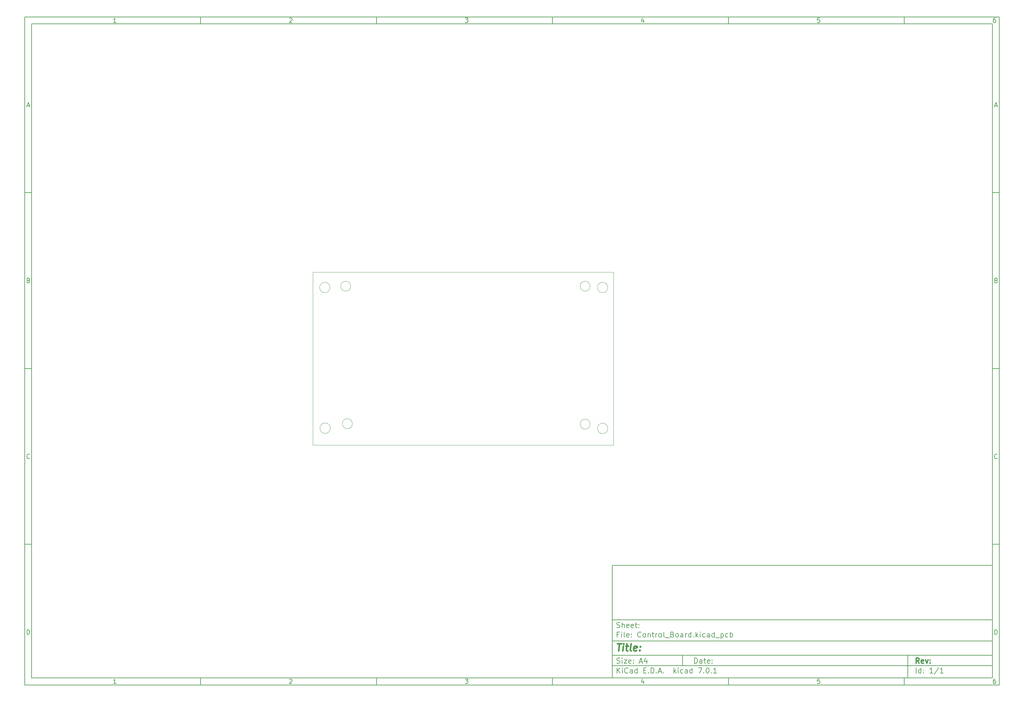
<source format=gbr>
%TF.GenerationSoftware,KiCad,Pcbnew,7.0.1*%
%TF.CreationDate,2023-10-26T15:35:36+00:00*%
%TF.ProjectId,Control_Board,436f6e74-726f-46c5-9f42-6f6172642e6b,rev?*%
%TF.SameCoordinates,Original*%
%TF.FileFunction,Other,ECO1*%
%FSLAX45Y45*%
G04 Gerber Fmt 4.5, Leading zero omitted, Abs format (unit mm)*
G04 Created by KiCad (PCBNEW 7.0.1) date 2023-10-26 15:35:36*
%MOMM*%
%LPD*%
G01*
G04 APERTURE LIST*
%ADD10C,0.100000*%
%ADD11C,0.150000*%
%ADD12C,0.300000*%
%ADD13C,0.400000*%
%TA.AperFunction,Profile*%
%ADD14C,0.100000*%
%TD*%
G04 APERTURE END LIST*
D10*
D11*
X17700220Y-16600720D02*
X28500220Y-16600720D01*
X28500220Y-19800720D01*
X17700220Y-19800720D01*
X17700220Y-16600720D01*
D10*
D11*
X1000000Y-1000000D02*
X28700220Y-1000000D01*
X28700220Y-20000720D01*
X1000000Y-20000720D01*
X1000000Y-1000000D01*
D10*
D11*
X1200000Y-1200000D02*
X28500220Y-1200000D01*
X28500220Y-19800720D01*
X1200000Y-19800720D01*
X1200000Y-1200000D01*
D10*
D11*
X6000000Y-1200000D02*
X6000000Y-1000000D01*
D10*
D11*
X11000000Y-1200000D02*
X11000000Y-1000000D01*
D10*
D11*
X16000000Y-1200000D02*
X16000000Y-1000000D01*
D10*
D11*
X21000000Y-1200000D02*
X21000000Y-1000000D01*
D10*
D11*
X26000000Y-1200000D02*
X26000000Y-1000000D01*
D10*
D11*
X3599048Y-1160140D02*
X3524762Y-1160140D01*
X3561905Y-1160140D02*
X3561905Y-1030140D01*
X3561905Y-1030140D02*
X3549524Y-1048712D01*
X3549524Y-1048712D02*
X3537143Y-1061093D01*
X3537143Y-1061093D02*
X3524762Y-1067283D01*
D10*
D11*
X8524762Y-1042521D02*
X8530952Y-1036331D01*
X8530952Y-1036331D02*
X8543333Y-1030140D01*
X8543333Y-1030140D02*
X8574286Y-1030140D01*
X8574286Y-1030140D02*
X8586667Y-1036331D01*
X8586667Y-1036331D02*
X8592857Y-1042521D01*
X8592857Y-1042521D02*
X8599048Y-1054902D01*
X8599048Y-1054902D02*
X8599048Y-1067283D01*
X8599048Y-1067283D02*
X8592857Y-1085855D01*
X8592857Y-1085855D02*
X8518571Y-1160140D01*
X8518571Y-1160140D02*
X8599048Y-1160140D01*
D10*
D11*
X13518571Y-1030140D02*
X13599048Y-1030140D01*
X13599048Y-1030140D02*
X13555714Y-1079664D01*
X13555714Y-1079664D02*
X13574286Y-1079664D01*
X13574286Y-1079664D02*
X13586667Y-1085855D01*
X13586667Y-1085855D02*
X13592857Y-1092045D01*
X13592857Y-1092045D02*
X13599048Y-1104426D01*
X13599048Y-1104426D02*
X13599048Y-1135379D01*
X13599048Y-1135379D02*
X13592857Y-1147760D01*
X13592857Y-1147760D02*
X13586667Y-1153950D01*
X13586667Y-1153950D02*
X13574286Y-1160140D01*
X13574286Y-1160140D02*
X13537143Y-1160140D01*
X13537143Y-1160140D02*
X13524762Y-1153950D01*
X13524762Y-1153950D02*
X13518571Y-1147760D01*
D10*
D11*
X18586667Y-1073474D02*
X18586667Y-1160140D01*
X18555714Y-1023950D02*
X18524762Y-1116807D01*
X18524762Y-1116807D02*
X18605238Y-1116807D01*
D10*
D11*
X23592857Y-1030140D02*
X23530952Y-1030140D01*
X23530952Y-1030140D02*
X23524762Y-1092045D01*
X23524762Y-1092045D02*
X23530952Y-1085855D01*
X23530952Y-1085855D02*
X23543333Y-1079664D01*
X23543333Y-1079664D02*
X23574286Y-1079664D01*
X23574286Y-1079664D02*
X23586667Y-1085855D01*
X23586667Y-1085855D02*
X23592857Y-1092045D01*
X23592857Y-1092045D02*
X23599048Y-1104426D01*
X23599048Y-1104426D02*
X23599048Y-1135379D01*
X23599048Y-1135379D02*
X23592857Y-1147760D01*
X23592857Y-1147760D02*
X23586667Y-1153950D01*
X23586667Y-1153950D02*
X23574286Y-1160140D01*
X23574286Y-1160140D02*
X23543333Y-1160140D01*
X23543333Y-1160140D02*
X23530952Y-1153950D01*
X23530952Y-1153950D02*
X23524762Y-1147760D01*
D10*
D11*
X28586667Y-1030140D02*
X28561905Y-1030140D01*
X28561905Y-1030140D02*
X28549524Y-1036331D01*
X28549524Y-1036331D02*
X28543333Y-1042521D01*
X28543333Y-1042521D02*
X28530952Y-1061093D01*
X28530952Y-1061093D02*
X28524762Y-1085855D01*
X28524762Y-1085855D02*
X28524762Y-1135379D01*
X28524762Y-1135379D02*
X28530952Y-1147760D01*
X28530952Y-1147760D02*
X28537143Y-1153950D01*
X28537143Y-1153950D02*
X28549524Y-1160140D01*
X28549524Y-1160140D02*
X28574286Y-1160140D01*
X28574286Y-1160140D02*
X28586667Y-1153950D01*
X28586667Y-1153950D02*
X28592857Y-1147760D01*
X28592857Y-1147760D02*
X28599048Y-1135379D01*
X28599048Y-1135379D02*
X28599048Y-1104426D01*
X28599048Y-1104426D02*
X28592857Y-1092045D01*
X28592857Y-1092045D02*
X28586667Y-1085855D01*
X28586667Y-1085855D02*
X28574286Y-1079664D01*
X28574286Y-1079664D02*
X28549524Y-1079664D01*
X28549524Y-1079664D02*
X28537143Y-1085855D01*
X28537143Y-1085855D02*
X28530952Y-1092045D01*
X28530952Y-1092045D02*
X28524762Y-1104426D01*
D10*
D11*
X6000000Y-19800720D02*
X6000000Y-20000720D01*
D10*
D11*
X11000000Y-19800720D02*
X11000000Y-20000720D01*
D10*
D11*
X16000000Y-19800720D02*
X16000000Y-20000720D01*
D10*
D11*
X21000000Y-19800720D02*
X21000000Y-20000720D01*
D10*
D11*
X26000000Y-19800720D02*
X26000000Y-20000720D01*
D10*
D11*
X3599048Y-19960860D02*
X3524762Y-19960860D01*
X3561905Y-19960860D02*
X3561905Y-19830860D01*
X3561905Y-19830860D02*
X3549524Y-19849432D01*
X3549524Y-19849432D02*
X3537143Y-19861813D01*
X3537143Y-19861813D02*
X3524762Y-19868003D01*
D10*
D11*
X8524762Y-19843241D02*
X8530952Y-19837051D01*
X8530952Y-19837051D02*
X8543333Y-19830860D01*
X8543333Y-19830860D02*
X8574286Y-19830860D01*
X8574286Y-19830860D02*
X8586667Y-19837051D01*
X8586667Y-19837051D02*
X8592857Y-19843241D01*
X8592857Y-19843241D02*
X8599048Y-19855622D01*
X8599048Y-19855622D02*
X8599048Y-19868003D01*
X8599048Y-19868003D02*
X8592857Y-19886575D01*
X8592857Y-19886575D02*
X8518571Y-19960860D01*
X8518571Y-19960860D02*
X8599048Y-19960860D01*
D10*
D11*
X13518571Y-19830860D02*
X13599048Y-19830860D01*
X13599048Y-19830860D02*
X13555714Y-19880384D01*
X13555714Y-19880384D02*
X13574286Y-19880384D01*
X13574286Y-19880384D02*
X13586667Y-19886575D01*
X13586667Y-19886575D02*
X13592857Y-19892765D01*
X13592857Y-19892765D02*
X13599048Y-19905146D01*
X13599048Y-19905146D02*
X13599048Y-19936099D01*
X13599048Y-19936099D02*
X13592857Y-19948480D01*
X13592857Y-19948480D02*
X13586667Y-19954670D01*
X13586667Y-19954670D02*
X13574286Y-19960860D01*
X13574286Y-19960860D02*
X13537143Y-19960860D01*
X13537143Y-19960860D02*
X13524762Y-19954670D01*
X13524762Y-19954670D02*
X13518571Y-19948480D01*
D10*
D11*
X18586667Y-19874194D02*
X18586667Y-19960860D01*
X18555714Y-19824670D02*
X18524762Y-19917527D01*
X18524762Y-19917527D02*
X18605238Y-19917527D01*
D10*
D11*
X23592857Y-19830860D02*
X23530952Y-19830860D01*
X23530952Y-19830860D02*
X23524762Y-19892765D01*
X23524762Y-19892765D02*
X23530952Y-19886575D01*
X23530952Y-19886575D02*
X23543333Y-19880384D01*
X23543333Y-19880384D02*
X23574286Y-19880384D01*
X23574286Y-19880384D02*
X23586667Y-19886575D01*
X23586667Y-19886575D02*
X23592857Y-19892765D01*
X23592857Y-19892765D02*
X23599048Y-19905146D01*
X23599048Y-19905146D02*
X23599048Y-19936099D01*
X23599048Y-19936099D02*
X23592857Y-19948480D01*
X23592857Y-19948480D02*
X23586667Y-19954670D01*
X23586667Y-19954670D02*
X23574286Y-19960860D01*
X23574286Y-19960860D02*
X23543333Y-19960860D01*
X23543333Y-19960860D02*
X23530952Y-19954670D01*
X23530952Y-19954670D02*
X23524762Y-19948480D01*
D10*
D11*
X28586667Y-19830860D02*
X28561905Y-19830860D01*
X28561905Y-19830860D02*
X28549524Y-19837051D01*
X28549524Y-19837051D02*
X28543333Y-19843241D01*
X28543333Y-19843241D02*
X28530952Y-19861813D01*
X28530952Y-19861813D02*
X28524762Y-19886575D01*
X28524762Y-19886575D02*
X28524762Y-19936099D01*
X28524762Y-19936099D02*
X28530952Y-19948480D01*
X28530952Y-19948480D02*
X28537143Y-19954670D01*
X28537143Y-19954670D02*
X28549524Y-19960860D01*
X28549524Y-19960860D02*
X28574286Y-19960860D01*
X28574286Y-19960860D02*
X28586667Y-19954670D01*
X28586667Y-19954670D02*
X28592857Y-19948480D01*
X28592857Y-19948480D02*
X28599048Y-19936099D01*
X28599048Y-19936099D02*
X28599048Y-19905146D01*
X28599048Y-19905146D02*
X28592857Y-19892765D01*
X28592857Y-19892765D02*
X28586667Y-19886575D01*
X28586667Y-19886575D02*
X28574286Y-19880384D01*
X28574286Y-19880384D02*
X28549524Y-19880384D01*
X28549524Y-19880384D02*
X28537143Y-19886575D01*
X28537143Y-19886575D02*
X28530952Y-19892765D01*
X28530952Y-19892765D02*
X28524762Y-19905146D01*
D10*
D11*
X1000000Y-6000000D02*
X1200000Y-6000000D01*
D10*
D11*
X1000000Y-11000000D02*
X1200000Y-11000000D01*
D10*
D11*
X1000000Y-16000000D02*
X1200000Y-16000000D01*
D10*
D11*
X1069048Y-3522998D02*
X1130952Y-3522998D01*
X1056667Y-3560140D02*
X1100000Y-3430140D01*
X1100000Y-3430140D02*
X1143333Y-3560140D01*
D10*
D11*
X1109286Y-8492045D02*
X1127857Y-8498236D01*
X1127857Y-8498236D02*
X1134048Y-8504426D01*
X1134048Y-8504426D02*
X1140238Y-8516807D01*
X1140238Y-8516807D02*
X1140238Y-8535379D01*
X1140238Y-8535379D02*
X1134048Y-8547760D01*
X1134048Y-8547760D02*
X1127857Y-8553950D01*
X1127857Y-8553950D02*
X1115476Y-8560140D01*
X1115476Y-8560140D02*
X1065952Y-8560140D01*
X1065952Y-8560140D02*
X1065952Y-8430140D01*
X1065952Y-8430140D02*
X1109286Y-8430140D01*
X1109286Y-8430140D02*
X1121667Y-8436331D01*
X1121667Y-8436331D02*
X1127857Y-8442521D01*
X1127857Y-8442521D02*
X1134048Y-8454902D01*
X1134048Y-8454902D02*
X1134048Y-8467283D01*
X1134048Y-8467283D02*
X1127857Y-8479664D01*
X1127857Y-8479664D02*
X1121667Y-8485855D01*
X1121667Y-8485855D02*
X1109286Y-8492045D01*
X1109286Y-8492045D02*
X1065952Y-8492045D01*
D10*
D11*
X1140238Y-13547759D02*
X1134048Y-13553950D01*
X1134048Y-13553950D02*
X1115476Y-13560140D01*
X1115476Y-13560140D02*
X1103095Y-13560140D01*
X1103095Y-13560140D02*
X1084524Y-13553950D01*
X1084524Y-13553950D02*
X1072143Y-13541569D01*
X1072143Y-13541569D02*
X1065952Y-13529188D01*
X1065952Y-13529188D02*
X1059762Y-13504426D01*
X1059762Y-13504426D02*
X1059762Y-13485855D01*
X1059762Y-13485855D02*
X1065952Y-13461093D01*
X1065952Y-13461093D02*
X1072143Y-13448712D01*
X1072143Y-13448712D02*
X1084524Y-13436331D01*
X1084524Y-13436331D02*
X1103095Y-13430140D01*
X1103095Y-13430140D02*
X1115476Y-13430140D01*
X1115476Y-13430140D02*
X1134048Y-13436331D01*
X1134048Y-13436331D02*
X1140238Y-13442521D01*
D10*
D11*
X1065952Y-18560140D02*
X1065952Y-18430140D01*
X1065952Y-18430140D02*
X1096905Y-18430140D01*
X1096905Y-18430140D02*
X1115476Y-18436331D01*
X1115476Y-18436331D02*
X1127857Y-18448712D01*
X1127857Y-18448712D02*
X1134048Y-18461093D01*
X1134048Y-18461093D02*
X1140238Y-18485855D01*
X1140238Y-18485855D02*
X1140238Y-18504426D01*
X1140238Y-18504426D02*
X1134048Y-18529188D01*
X1134048Y-18529188D02*
X1127857Y-18541569D01*
X1127857Y-18541569D02*
X1115476Y-18553950D01*
X1115476Y-18553950D02*
X1096905Y-18560140D01*
X1096905Y-18560140D02*
X1065952Y-18560140D01*
D10*
D11*
X28700220Y-6000000D02*
X28500220Y-6000000D01*
D10*
D11*
X28700220Y-11000000D02*
X28500220Y-11000000D01*
D10*
D11*
X28700220Y-16000000D02*
X28500220Y-16000000D01*
D10*
D11*
X28569268Y-3522998D02*
X28631172Y-3522998D01*
X28556887Y-3560140D02*
X28600220Y-3430140D01*
X28600220Y-3430140D02*
X28643553Y-3560140D01*
D10*
D11*
X28609506Y-8492045D02*
X28628077Y-8498236D01*
X28628077Y-8498236D02*
X28634268Y-8504426D01*
X28634268Y-8504426D02*
X28640458Y-8516807D01*
X28640458Y-8516807D02*
X28640458Y-8535379D01*
X28640458Y-8535379D02*
X28634268Y-8547760D01*
X28634268Y-8547760D02*
X28628077Y-8553950D01*
X28628077Y-8553950D02*
X28615696Y-8560140D01*
X28615696Y-8560140D02*
X28566172Y-8560140D01*
X28566172Y-8560140D02*
X28566172Y-8430140D01*
X28566172Y-8430140D02*
X28609506Y-8430140D01*
X28609506Y-8430140D02*
X28621887Y-8436331D01*
X28621887Y-8436331D02*
X28628077Y-8442521D01*
X28628077Y-8442521D02*
X28634268Y-8454902D01*
X28634268Y-8454902D02*
X28634268Y-8467283D01*
X28634268Y-8467283D02*
X28628077Y-8479664D01*
X28628077Y-8479664D02*
X28621887Y-8485855D01*
X28621887Y-8485855D02*
X28609506Y-8492045D01*
X28609506Y-8492045D02*
X28566172Y-8492045D01*
D10*
D11*
X28640458Y-13547759D02*
X28634268Y-13553950D01*
X28634268Y-13553950D02*
X28615696Y-13560140D01*
X28615696Y-13560140D02*
X28603315Y-13560140D01*
X28603315Y-13560140D02*
X28584744Y-13553950D01*
X28584744Y-13553950D02*
X28572363Y-13541569D01*
X28572363Y-13541569D02*
X28566172Y-13529188D01*
X28566172Y-13529188D02*
X28559982Y-13504426D01*
X28559982Y-13504426D02*
X28559982Y-13485855D01*
X28559982Y-13485855D02*
X28566172Y-13461093D01*
X28566172Y-13461093D02*
X28572363Y-13448712D01*
X28572363Y-13448712D02*
X28584744Y-13436331D01*
X28584744Y-13436331D02*
X28603315Y-13430140D01*
X28603315Y-13430140D02*
X28615696Y-13430140D01*
X28615696Y-13430140D02*
X28634268Y-13436331D01*
X28634268Y-13436331D02*
X28640458Y-13442521D01*
D10*
D11*
X28566172Y-18560140D02*
X28566172Y-18430140D01*
X28566172Y-18430140D02*
X28597125Y-18430140D01*
X28597125Y-18430140D02*
X28615696Y-18436331D01*
X28615696Y-18436331D02*
X28628077Y-18448712D01*
X28628077Y-18448712D02*
X28634268Y-18461093D01*
X28634268Y-18461093D02*
X28640458Y-18485855D01*
X28640458Y-18485855D02*
X28640458Y-18504426D01*
X28640458Y-18504426D02*
X28634268Y-18529188D01*
X28634268Y-18529188D02*
X28628077Y-18541569D01*
X28628077Y-18541569D02*
X28615696Y-18553950D01*
X28615696Y-18553950D02*
X28597125Y-18560140D01*
X28597125Y-18560140D02*
X28566172Y-18560140D01*
D10*
D11*
X20035934Y-19380113D02*
X20035934Y-19230113D01*
X20035934Y-19230113D02*
X20071649Y-19230113D01*
X20071649Y-19230113D02*
X20093077Y-19237256D01*
X20093077Y-19237256D02*
X20107363Y-19251541D01*
X20107363Y-19251541D02*
X20114506Y-19265827D01*
X20114506Y-19265827D02*
X20121649Y-19294399D01*
X20121649Y-19294399D02*
X20121649Y-19315827D01*
X20121649Y-19315827D02*
X20114506Y-19344399D01*
X20114506Y-19344399D02*
X20107363Y-19358684D01*
X20107363Y-19358684D02*
X20093077Y-19372970D01*
X20093077Y-19372970D02*
X20071649Y-19380113D01*
X20071649Y-19380113D02*
X20035934Y-19380113D01*
X20250220Y-19380113D02*
X20250220Y-19301541D01*
X20250220Y-19301541D02*
X20243077Y-19287256D01*
X20243077Y-19287256D02*
X20228791Y-19280113D01*
X20228791Y-19280113D02*
X20200220Y-19280113D01*
X20200220Y-19280113D02*
X20185934Y-19287256D01*
X20250220Y-19372970D02*
X20235934Y-19380113D01*
X20235934Y-19380113D02*
X20200220Y-19380113D01*
X20200220Y-19380113D02*
X20185934Y-19372970D01*
X20185934Y-19372970D02*
X20178791Y-19358684D01*
X20178791Y-19358684D02*
X20178791Y-19344399D01*
X20178791Y-19344399D02*
X20185934Y-19330113D01*
X20185934Y-19330113D02*
X20200220Y-19322970D01*
X20200220Y-19322970D02*
X20235934Y-19322970D01*
X20235934Y-19322970D02*
X20250220Y-19315827D01*
X20300220Y-19280113D02*
X20357363Y-19280113D01*
X20321649Y-19230113D02*
X20321649Y-19358684D01*
X20321649Y-19358684D02*
X20328791Y-19372970D01*
X20328791Y-19372970D02*
X20343077Y-19380113D01*
X20343077Y-19380113D02*
X20357363Y-19380113D01*
X20464506Y-19372970D02*
X20450220Y-19380113D01*
X20450220Y-19380113D02*
X20421649Y-19380113D01*
X20421649Y-19380113D02*
X20407363Y-19372970D01*
X20407363Y-19372970D02*
X20400220Y-19358684D01*
X20400220Y-19358684D02*
X20400220Y-19301541D01*
X20400220Y-19301541D02*
X20407363Y-19287256D01*
X20407363Y-19287256D02*
X20421649Y-19280113D01*
X20421649Y-19280113D02*
X20450220Y-19280113D01*
X20450220Y-19280113D02*
X20464506Y-19287256D01*
X20464506Y-19287256D02*
X20471649Y-19301541D01*
X20471649Y-19301541D02*
X20471649Y-19315827D01*
X20471649Y-19315827D02*
X20400220Y-19330113D01*
X20535934Y-19365827D02*
X20543077Y-19372970D01*
X20543077Y-19372970D02*
X20535934Y-19380113D01*
X20535934Y-19380113D02*
X20528791Y-19372970D01*
X20528791Y-19372970D02*
X20535934Y-19365827D01*
X20535934Y-19365827D02*
X20535934Y-19380113D01*
X20535934Y-19287256D02*
X20543077Y-19294399D01*
X20543077Y-19294399D02*
X20535934Y-19301541D01*
X20535934Y-19301541D02*
X20528791Y-19294399D01*
X20528791Y-19294399D02*
X20535934Y-19287256D01*
X20535934Y-19287256D02*
X20535934Y-19301541D01*
D10*
D11*
X17700220Y-19450720D02*
X28500220Y-19450720D01*
D10*
D11*
X17835934Y-19660113D02*
X17835934Y-19510113D01*
X17921649Y-19660113D02*
X17857363Y-19574399D01*
X17921649Y-19510113D02*
X17835934Y-19595827D01*
X17985934Y-19660113D02*
X17985934Y-19560113D01*
X17985934Y-19510113D02*
X17978791Y-19517256D01*
X17978791Y-19517256D02*
X17985934Y-19524399D01*
X17985934Y-19524399D02*
X17993077Y-19517256D01*
X17993077Y-19517256D02*
X17985934Y-19510113D01*
X17985934Y-19510113D02*
X17985934Y-19524399D01*
X18143077Y-19645827D02*
X18135934Y-19652970D01*
X18135934Y-19652970D02*
X18114506Y-19660113D01*
X18114506Y-19660113D02*
X18100220Y-19660113D01*
X18100220Y-19660113D02*
X18078791Y-19652970D01*
X18078791Y-19652970D02*
X18064506Y-19638684D01*
X18064506Y-19638684D02*
X18057363Y-19624399D01*
X18057363Y-19624399D02*
X18050220Y-19595827D01*
X18050220Y-19595827D02*
X18050220Y-19574399D01*
X18050220Y-19574399D02*
X18057363Y-19545827D01*
X18057363Y-19545827D02*
X18064506Y-19531541D01*
X18064506Y-19531541D02*
X18078791Y-19517256D01*
X18078791Y-19517256D02*
X18100220Y-19510113D01*
X18100220Y-19510113D02*
X18114506Y-19510113D01*
X18114506Y-19510113D02*
X18135934Y-19517256D01*
X18135934Y-19517256D02*
X18143077Y-19524399D01*
X18271649Y-19660113D02*
X18271649Y-19581541D01*
X18271649Y-19581541D02*
X18264506Y-19567256D01*
X18264506Y-19567256D02*
X18250220Y-19560113D01*
X18250220Y-19560113D02*
X18221649Y-19560113D01*
X18221649Y-19560113D02*
X18207363Y-19567256D01*
X18271649Y-19652970D02*
X18257363Y-19660113D01*
X18257363Y-19660113D02*
X18221649Y-19660113D01*
X18221649Y-19660113D02*
X18207363Y-19652970D01*
X18207363Y-19652970D02*
X18200220Y-19638684D01*
X18200220Y-19638684D02*
X18200220Y-19624399D01*
X18200220Y-19624399D02*
X18207363Y-19610113D01*
X18207363Y-19610113D02*
X18221649Y-19602970D01*
X18221649Y-19602970D02*
X18257363Y-19602970D01*
X18257363Y-19602970D02*
X18271649Y-19595827D01*
X18407363Y-19660113D02*
X18407363Y-19510113D01*
X18407363Y-19652970D02*
X18393077Y-19660113D01*
X18393077Y-19660113D02*
X18364506Y-19660113D01*
X18364506Y-19660113D02*
X18350220Y-19652970D01*
X18350220Y-19652970D02*
X18343077Y-19645827D01*
X18343077Y-19645827D02*
X18335934Y-19631541D01*
X18335934Y-19631541D02*
X18335934Y-19588684D01*
X18335934Y-19588684D02*
X18343077Y-19574399D01*
X18343077Y-19574399D02*
X18350220Y-19567256D01*
X18350220Y-19567256D02*
X18364506Y-19560113D01*
X18364506Y-19560113D02*
X18393077Y-19560113D01*
X18393077Y-19560113D02*
X18407363Y-19567256D01*
X18593077Y-19581541D02*
X18643077Y-19581541D01*
X18664506Y-19660113D02*
X18593077Y-19660113D01*
X18593077Y-19660113D02*
X18593077Y-19510113D01*
X18593077Y-19510113D02*
X18664506Y-19510113D01*
X18728791Y-19645827D02*
X18735934Y-19652970D01*
X18735934Y-19652970D02*
X18728791Y-19660113D01*
X18728791Y-19660113D02*
X18721649Y-19652970D01*
X18721649Y-19652970D02*
X18728791Y-19645827D01*
X18728791Y-19645827D02*
X18728791Y-19660113D01*
X18800220Y-19660113D02*
X18800220Y-19510113D01*
X18800220Y-19510113D02*
X18835934Y-19510113D01*
X18835934Y-19510113D02*
X18857363Y-19517256D01*
X18857363Y-19517256D02*
X18871649Y-19531541D01*
X18871649Y-19531541D02*
X18878792Y-19545827D01*
X18878792Y-19545827D02*
X18885934Y-19574399D01*
X18885934Y-19574399D02*
X18885934Y-19595827D01*
X18885934Y-19595827D02*
X18878792Y-19624399D01*
X18878792Y-19624399D02*
X18871649Y-19638684D01*
X18871649Y-19638684D02*
X18857363Y-19652970D01*
X18857363Y-19652970D02*
X18835934Y-19660113D01*
X18835934Y-19660113D02*
X18800220Y-19660113D01*
X18950220Y-19645827D02*
X18957363Y-19652970D01*
X18957363Y-19652970D02*
X18950220Y-19660113D01*
X18950220Y-19660113D02*
X18943077Y-19652970D01*
X18943077Y-19652970D02*
X18950220Y-19645827D01*
X18950220Y-19645827D02*
X18950220Y-19660113D01*
X19014506Y-19617256D02*
X19085934Y-19617256D01*
X19000220Y-19660113D02*
X19050220Y-19510113D01*
X19050220Y-19510113D02*
X19100220Y-19660113D01*
X19150220Y-19645827D02*
X19157363Y-19652970D01*
X19157363Y-19652970D02*
X19150220Y-19660113D01*
X19150220Y-19660113D02*
X19143077Y-19652970D01*
X19143077Y-19652970D02*
X19150220Y-19645827D01*
X19150220Y-19645827D02*
X19150220Y-19660113D01*
X19450220Y-19660113D02*
X19450220Y-19510113D01*
X19464506Y-19602970D02*
X19507363Y-19660113D01*
X19507363Y-19560113D02*
X19450220Y-19617256D01*
X19571649Y-19660113D02*
X19571649Y-19560113D01*
X19571649Y-19510113D02*
X19564506Y-19517256D01*
X19564506Y-19517256D02*
X19571649Y-19524399D01*
X19571649Y-19524399D02*
X19578792Y-19517256D01*
X19578792Y-19517256D02*
X19571649Y-19510113D01*
X19571649Y-19510113D02*
X19571649Y-19524399D01*
X19707363Y-19652970D02*
X19693077Y-19660113D01*
X19693077Y-19660113D02*
X19664506Y-19660113D01*
X19664506Y-19660113D02*
X19650220Y-19652970D01*
X19650220Y-19652970D02*
X19643077Y-19645827D01*
X19643077Y-19645827D02*
X19635934Y-19631541D01*
X19635934Y-19631541D02*
X19635934Y-19588684D01*
X19635934Y-19588684D02*
X19643077Y-19574399D01*
X19643077Y-19574399D02*
X19650220Y-19567256D01*
X19650220Y-19567256D02*
X19664506Y-19560113D01*
X19664506Y-19560113D02*
X19693077Y-19560113D01*
X19693077Y-19560113D02*
X19707363Y-19567256D01*
X19835934Y-19660113D02*
X19835934Y-19581541D01*
X19835934Y-19581541D02*
X19828792Y-19567256D01*
X19828792Y-19567256D02*
X19814506Y-19560113D01*
X19814506Y-19560113D02*
X19785934Y-19560113D01*
X19785934Y-19560113D02*
X19771649Y-19567256D01*
X19835934Y-19652970D02*
X19821649Y-19660113D01*
X19821649Y-19660113D02*
X19785934Y-19660113D01*
X19785934Y-19660113D02*
X19771649Y-19652970D01*
X19771649Y-19652970D02*
X19764506Y-19638684D01*
X19764506Y-19638684D02*
X19764506Y-19624399D01*
X19764506Y-19624399D02*
X19771649Y-19610113D01*
X19771649Y-19610113D02*
X19785934Y-19602970D01*
X19785934Y-19602970D02*
X19821649Y-19602970D01*
X19821649Y-19602970D02*
X19835934Y-19595827D01*
X19971649Y-19660113D02*
X19971649Y-19510113D01*
X19971649Y-19652970D02*
X19957363Y-19660113D01*
X19957363Y-19660113D02*
X19928792Y-19660113D01*
X19928792Y-19660113D02*
X19914506Y-19652970D01*
X19914506Y-19652970D02*
X19907363Y-19645827D01*
X19907363Y-19645827D02*
X19900220Y-19631541D01*
X19900220Y-19631541D02*
X19900220Y-19588684D01*
X19900220Y-19588684D02*
X19907363Y-19574399D01*
X19907363Y-19574399D02*
X19914506Y-19567256D01*
X19914506Y-19567256D02*
X19928792Y-19560113D01*
X19928792Y-19560113D02*
X19957363Y-19560113D01*
X19957363Y-19560113D02*
X19971649Y-19567256D01*
X20143077Y-19510113D02*
X20243077Y-19510113D01*
X20243077Y-19510113D02*
X20178792Y-19660113D01*
X20300220Y-19645827D02*
X20307363Y-19652970D01*
X20307363Y-19652970D02*
X20300220Y-19660113D01*
X20300220Y-19660113D02*
X20293077Y-19652970D01*
X20293077Y-19652970D02*
X20300220Y-19645827D01*
X20300220Y-19645827D02*
X20300220Y-19660113D01*
X20400220Y-19510113D02*
X20414506Y-19510113D01*
X20414506Y-19510113D02*
X20428792Y-19517256D01*
X20428792Y-19517256D02*
X20435934Y-19524399D01*
X20435934Y-19524399D02*
X20443077Y-19538684D01*
X20443077Y-19538684D02*
X20450220Y-19567256D01*
X20450220Y-19567256D02*
X20450220Y-19602970D01*
X20450220Y-19602970D02*
X20443077Y-19631541D01*
X20443077Y-19631541D02*
X20435934Y-19645827D01*
X20435934Y-19645827D02*
X20428792Y-19652970D01*
X20428792Y-19652970D02*
X20414506Y-19660113D01*
X20414506Y-19660113D02*
X20400220Y-19660113D01*
X20400220Y-19660113D02*
X20385934Y-19652970D01*
X20385934Y-19652970D02*
X20378792Y-19645827D01*
X20378792Y-19645827D02*
X20371649Y-19631541D01*
X20371649Y-19631541D02*
X20364506Y-19602970D01*
X20364506Y-19602970D02*
X20364506Y-19567256D01*
X20364506Y-19567256D02*
X20371649Y-19538684D01*
X20371649Y-19538684D02*
X20378792Y-19524399D01*
X20378792Y-19524399D02*
X20385934Y-19517256D01*
X20385934Y-19517256D02*
X20400220Y-19510113D01*
X20514506Y-19645827D02*
X20521649Y-19652970D01*
X20521649Y-19652970D02*
X20514506Y-19660113D01*
X20514506Y-19660113D02*
X20507363Y-19652970D01*
X20507363Y-19652970D02*
X20514506Y-19645827D01*
X20514506Y-19645827D02*
X20514506Y-19660113D01*
X20664506Y-19660113D02*
X20578792Y-19660113D01*
X20621649Y-19660113D02*
X20621649Y-19510113D01*
X20621649Y-19510113D02*
X20607363Y-19531541D01*
X20607363Y-19531541D02*
X20593077Y-19545827D01*
X20593077Y-19545827D02*
X20578792Y-19552970D01*
D10*
D11*
X17700220Y-19150720D02*
X28500220Y-19150720D01*
D10*
D12*
X26421648Y-19380113D02*
X26371648Y-19308684D01*
X26335934Y-19380113D02*
X26335934Y-19230113D01*
X26335934Y-19230113D02*
X26393077Y-19230113D01*
X26393077Y-19230113D02*
X26407363Y-19237256D01*
X26407363Y-19237256D02*
X26414506Y-19244399D01*
X26414506Y-19244399D02*
X26421648Y-19258684D01*
X26421648Y-19258684D02*
X26421648Y-19280113D01*
X26421648Y-19280113D02*
X26414506Y-19294399D01*
X26414506Y-19294399D02*
X26407363Y-19301541D01*
X26407363Y-19301541D02*
X26393077Y-19308684D01*
X26393077Y-19308684D02*
X26335934Y-19308684D01*
X26543077Y-19372970D02*
X26528791Y-19380113D01*
X26528791Y-19380113D02*
X26500220Y-19380113D01*
X26500220Y-19380113D02*
X26485934Y-19372970D01*
X26485934Y-19372970D02*
X26478791Y-19358684D01*
X26478791Y-19358684D02*
X26478791Y-19301541D01*
X26478791Y-19301541D02*
X26485934Y-19287256D01*
X26485934Y-19287256D02*
X26500220Y-19280113D01*
X26500220Y-19280113D02*
X26528791Y-19280113D01*
X26528791Y-19280113D02*
X26543077Y-19287256D01*
X26543077Y-19287256D02*
X26550220Y-19301541D01*
X26550220Y-19301541D02*
X26550220Y-19315827D01*
X26550220Y-19315827D02*
X26478791Y-19330113D01*
X26600220Y-19280113D02*
X26635934Y-19380113D01*
X26635934Y-19380113D02*
X26671648Y-19280113D01*
X26728791Y-19365827D02*
X26735934Y-19372970D01*
X26735934Y-19372970D02*
X26728791Y-19380113D01*
X26728791Y-19380113D02*
X26721648Y-19372970D01*
X26721648Y-19372970D02*
X26728791Y-19365827D01*
X26728791Y-19365827D02*
X26728791Y-19380113D01*
X26728791Y-19287256D02*
X26735934Y-19294399D01*
X26735934Y-19294399D02*
X26728791Y-19301541D01*
X26728791Y-19301541D02*
X26721648Y-19294399D01*
X26721648Y-19294399D02*
X26728791Y-19287256D01*
X26728791Y-19287256D02*
X26728791Y-19301541D01*
D10*
D11*
X17828791Y-19372970D02*
X17850220Y-19380113D01*
X17850220Y-19380113D02*
X17885934Y-19380113D01*
X17885934Y-19380113D02*
X17900220Y-19372970D01*
X17900220Y-19372970D02*
X17907363Y-19365827D01*
X17907363Y-19365827D02*
X17914506Y-19351541D01*
X17914506Y-19351541D02*
X17914506Y-19337256D01*
X17914506Y-19337256D02*
X17907363Y-19322970D01*
X17907363Y-19322970D02*
X17900220Y-19315827D01*
X17900220Y-19315827D02*
X17885934Y-19308684D01*
X17885934Y-19308684D02*
X17857363Y-19301541D01*
X17857363Y-19301541D02*
X17843077Y-19294399D01*
X17843077Y-19294399D02*
X17835934Y-19287256D01*
X17835934Y-19287256D02*
X17828791Y-19272970D01*
X17828791Y-19272970D02*
X17828791Y-19258684D01*
X17828791Y-19258684D02*
X17835934Y-19244399D01*
X17835934Y-19244399D02*
X17843077Y-19237256D01*
X17843077Y-19237256D02*
X17857363Y-19230113D01*
X17857363Y-19230113D02*
X17893077Y-19230113D01*
X17893077Y-19230113D02*
X17914506Y-19237256D01*
X17978791Y-19380113D02*
X17978791Y-19280113D01*
X17978791Y-19230113D02*
X17971649Y-19237256D01*
X17971649Y-19237256D02*
X17978791Y-19244399D01*
X17978791Y-19244399D02*
X17985934Y-19237256D01*
X17985934Y-19237256D02*
X17978791Y-19230113D01*
X17978791Y-19230113D02*
X17978791Y-19244399D01*
X18035934Y-19280113D02*
X18114506Y-19280113D01*
X18114506Y-19280113D02*
X18035934Y-19380113D01*
X18035934Y-19380113D02*
X18114506Y-19380113D01*
X18228791Y-19372970D02*
X18214506Y-19380113D01*
X18214506Y-19380113D02*
X18185934Y-19380113D01*
X18185934Y-19380113D02*
X18171649Y-19372970D01*
X18171649Y-19372970D02*
X18164506Y-19358684D01*
X18164506Y-19358684D02*
X18164506Y-19301541D01*
X18164506Y-19301541D02*
X18171649Y-19287256D01*
X18171649Y-19287256D02*
X18185934Y-19280113D01*
X18185934Y-19280113D02*
X18214506Y-19280113D01*
X18214506Y-19280113D02*
X18228791Y-19287256D01*
X18228791Y-19287256D02*
X18235934Y-19301541D01*
X18235934Y-19301541D02*
X18235934Y-19315827D01*
X18235934Y-19315827D02*
X18164506Y-19330113D01*
X18300220Y-19365827D02*
X18307363Y-19372970D01*
X18307363Y-19372970D02*
X18300220Y-19380113D01*
X18300220Y-19380113D02*
X18293077Y-19372970D01*
X18293077Y-19372970D02*
X18300220Y-19365827D01*
X18300220Y-19365827D02*
X18300220Y-19380113D01*
X18300220Y-19287256D02*
X18307363Y-19294399D01*
X18307363Y-19294399D02*
X18300220Y-19301541D01*
X18300220Y-19301541D02*
X18293077Y-19294399D01*
X18293077Y-19294399D02*
X18300220Y-19287256D01*
X18300220Y-19287256D02*
X18300220Y-19301541D01*
X18478791Y-19337256D02*
X18550220Y-19337256D01*
X18464506Y-19380113D02*
X18514506Y-19230113D01*
X18514506Y-19230113D02*
X18564506Y-19380113D01*
X18678791Y-19280113D02*
X18678791Y-19380113D01*
X18643077Y-19222970D02*
X18607363Y-19330113D01*
X18607363Y-19330113D02*
X18700220Y-19330113D01*
D10*
D11*
X26335934Y-19660113D02*
X26335934Y-19510113D01*
X26471649Y-19660113D02*
X26471649Y-19510113D01*
X26471649Y-19652970D02*
X26457363Y-19660113D01*
X26457363Y-19660113D02*
X26428791Y-19660113D01*
X26428791Y-19660113D02*
X26414506Y-19652970D01*
X26414506Y-19652970D02*
X26407363Y-19645827D01*
X26407363Y-19645827D02*
X26400220Y-19631541D01*
X26400220Y-19631541D02*
X26400220Y-19588684D01*
X26400220Y-19588684D02*
X26407363Y-19574399D01*
X26407363Y-19574399D02*
X26414506Y-19567256D01*
X26414506Y-19567256D02*
X26428791Y-19560113D01*
X26428791Y-19560113D02*
X26457363Y-19560113D01*
X26457363Y-19560113D02*
X26471649Y-19567256D01*
X26543077Y-19645827D02*
X26550220Y-19652970D01*
X26550220Y-19652970D02*
X26543077Y-19660113D01*
X26543077Y-19660113D02*
X26535934Y-19652970D01*
X26535934Y-19652970D02*
X26543077Y-19645827D01*
X26543077Y-19645827D02*
X26543077Y-19660113D01*
X26543077Y-19567256D02*
X26550220Y-19574399D01*
X26550220Y-19574399D02*
X26543077Y-19581541D01*
X26543077Y-19581541D02*
X26535934Y-19574399D01*
X26535934Y-19574399D02*
X26543077Y-19567256D01*
X26543077Y-19567256D02*
X26543077Y-19581541D01*
X26807363Y-19660113D02*
X26721649Y-19660113D01*
X26764506Y-19660113D02*
X26764506Y-19510113D01*
X26764506Y-19510113D02*
X26750220Y-19531541D01*
X26750220Y-19531541D02*
X26735934Y-19545827D01*
X26735934Y-19545827D02*
X26721649Y-19552970D01*
X26978791Y-19502970D02*
X26850220Y-19695827D01*
X27107363Y-19660113D02*
X27021649Y-19660113D01*
X27064506Y-19660113D02*
X27064506Y-19510113D01*
X27064506Y-19510113D02*
X27050220Y-19531541D01*
X27050220Y-19531541D02*
X27035934Y-19545827D01*
X27035934Y-19545827D02*
X27021649Y-19552970D01*
D10*
D11*
X17700220Y-18750720D02*
X28500220Y-18750720D01*
D10*
D13*
X17843077Y-18823244D02*
X17957363Y-18823244D01*
X17875220Y-19023244D02*
X17900220Y-18823244D01*
X17997839Y-19023244D02*
X18014506Y-18889910D01*
X18022839Y-18823244D02*
X18012125Y-18832768D01*
X18012125Y-18832768D02*
X18020458Y-18842291D01*
X18020458Y-18842291D02*
X18031172Y-18832768D01*
X18031172Y-18832768D02*
X18022839Y-18823244D01*
X18022839Y-18823244D02*
X18020458Y-18842291D01*
X18079982Y-18889910D02*
X18156172Y-18889910D01*
X18116887Y-18823244D02*
X18095458Y-18994672D01*
X18095458Y-18994672D02*
X18102601Y-19013720D01*
X18102601Y-19013720D02*
X18120458Y-19023244D01*
X18120458Y-19023244D02*
X18139506Y-19023244D01*
X18233553Y-19023244D02*
X18215696Y-19013720D01*
X18215696Y-19013720D02*
X18208553Y-18994672D01*
X18208553Y-18994672D02*
X18229982Y-18823244D01*
X18385934Y-19013720D02*
X18365696Y-19023244D01*
X18365696Y-19023244D02*
X18327601Y-19023244D01*
X18327601Y-19023244D02*
X18309744Y-19013720D01*
X18309744Y-19013720D02*
X18302601Y-18994672D01*
X18302601Y-18994672D02*
X18312125Y-18918482D01*
X18312125Y-18918482D02*
X18324029Y-18899434D01*
X18324029Y-18899434D02*
X18344268Y-18889910D01*
X18344268Y-18889910D02*
X18382363Y-18889910D01*
X18382363Y-18889910D02*
X18400220Y-18899434D01*
X18400220Y-18899434D02*
X18407363Y-18918482D01*
X18407363Y-18918482D02*
X18404982Y-18937530D01*
X18404982Y-18937530D02*
X18307363Y-18956577D01*
X18481172Y-19004196D02*
X18489506Y-19013720D01*
X18489506Y-19013720D02*
X18478791Y-19023244D01*
X18478791Y-19023244D02*
X18470458Y-19013720D01*
X18470458Y-19013720D02*
X18481172Y-19004196D01*
X18481172Y-19004196D02*
X18478791Y-19023244D01*
X18494268Y-18899434D02*
X18502601Y-18908958D01*
X18502601Y-18908958D02*
X18491887Y-18918482D01*
X18491887Y-18918482D02*
X18483553Y-18908958D01*
X18483553Y-18908958D02*
X18494268Y-18899434D01*
X18494268Y-18899434D02*
X18491887Y-18918482D01*
D10*
D11*
X17885934Y-18561541D02*
X17835934Y-18561541D01*
X17835934Y-18640113D02*
X17835934Y-18490113D01*
X17835934Y-18490113D02*
X17907363Y-18490113D01*
X17964506Y-18640113D02*
X17964506Y-18540113D01*
X17964506Y-18490113D02*
X17957363Y-18497256D01*
X17957363Y-18497256D02*
X17964506Y-18504399D01*
X17964506Y-18504399D02*
X17971649Y-18497256D01*
X17971649Y-18497256D02*
X17964506Y-18490113D01*
X17964506Y-18490113D02*
X17964506Y-18504399D01*
X18057363Y-18640113D02*
X18043077Y-18632970D01*
X18043077Y-18632970D02*
X18035934Y-18618684D01*
X18035934Y-18618684D02*
X18035934Y-18490113D01*
X18171649Y-18632970D02*
X18157363Y-18640113D01*
X18157363Y-18640113D02*
X18128791Y-18640113D01*
X18128791Y-18640113D02*
X18114506Y-18632970D01*
X18114506Y-18632970D02*
X18107363Y-18618684D01*
X18107363Y-18618684D02*
X18107363Y-18561541D01*
X18107363Y-18561541D02*
X18114506Y-18547256D01*
X18114506Y-18547256D02*
X18128791Y-18540113D01*
X18128791Y-18540113D02*
X18157363Y-18540113D01*
X18157363Y-18540113D02*
X18171649Y-18547256D01*
X18171649Y-18547256D02*
X18178791Y-18561541D01*
X18178791Y-18561541D02*
X18178791Y-18575827D01*
X18178791Y-18575827D02*
X18107363Y-18590113D01*
X18243077Y-18625827D02*
X18250220Y-18632970D01*
X18250220Y-18632970D02*
X18243077Y-18640113D01*
X18243077Y-18640113D02*
X18235934Y-18632970D01*
X18235934Y-18632970D02*
X18243077Y-18625827D01*
X18243077Y-18625827D02*
X18243077Y-18640113D01*
X18243077Y-18547256D02*
X18250220Y-18554399D01*
X18250220Y-18554399D02*
X18243077Y-18561541D01*
X18243077Y-18561541D02*
X18235934Y-18554399D01*
X18235934Y-18554399D02*
X18243077Y-18547256D01*
X18243077Y-18547256D02*
X18243077Y-18561541D01*
X18514506Y-18625827D02*
X18507363Y-18632970D01*
X18507363Y-18632970D02*
X18485934Y-18640113D01*
X18485934Y-18640113D02*
X18471649Y-18640113D01*
X18471649Y-18640113D02*
X18450220Y-18632970D01*
X18450220Y-18632970D02*
X18435934Y-18618684D01*
X18435934Y-18618684D02*
X18428791Y-18604399D01*
X18428791Y-18604399D02*
X18421649Y-18575827D01*
X18421649Y-18575827D02*
X18421649Y-18554399D01*
X18421649Y-18554399D02*
X18428791Y-18525827D01*
X18428791Y-18525827D02*
X18435934Y-18511541D01*
X18435934Y-18511541D02*
X18450220Y-18497256D01*
X18450220Y-18497256D02*
X18471649Y-18490113D01*
X18471649Y-18490113D02*
X18485934Y-18490113D01*
X18485934Y-18490113D02*
X18507363Y-18497256D01*
X18507363Y-18497256D02*
X18514506Y-18504399D01*
X18600220Y-18640113D02*
X18585934Y-18632970D01*
X18585934Y-18632970D02*
X18578791Y-18625827D01*
X18578791Y-18625827D02*
X18571649Y-18611541D01*
X18571649Y-18611541D02*
X18571649Y-18568684D01*
X18571649Y-18568684D02*
X18578791Y-18554399D01*
X18578791Y-18554399D02*
X18585934Y-18547256D01*
X18585934Y-18547256D02*
X18600220Y-18540113D01*
X18600220Y-18540113D02*
X18621649Y-18540113D01*
X18621649Y-18540113D02*
X18635934Y-18547256D01*
X18635934Y-18547256D02*
X18643077Y-18554399D01*
X18643077Y-18554399D02*
X18650220Y-18568684D01*
X18650220Y-18568684D02*
X18650220Y-18611541D01*
X18650220Y-18611541D02*
X18643077Y-18625827D01*
X18643077Y-18625827D02*
X18635934Y-18632970D01*
X18635934Y-18632970D02*
X18621649Y-18640113D01*
X18621649Y-18640113D02*
X18600220Y-18640113D01*
X18714506Y-18540113D02*
X18714506Y-18640113D01*
X18714506Y-18554399D02*
X18721649Y-18547256D01*
X18721649Y-18547256D02*
X18735934Y-18540113D01*
X18735934Y-18540113D02*
X18757363Y-18540113D01*
X18757363Y-18540113D02*
X18771649Y-18547256D01*
X18771649Y-18547256D02*
X18778791Y-18561541D01*
X18778791Y-18561541D02*
X18778791Y-18640113D01*
X18828791Y-18540113D02*
X18885934Y-18540113D01*
X18850220Y-18490113D02*
X18850220Y-18618684D01*
X18850220Y-18618684D02*
X18857363Y-18632970D01*
X18857363Y-18632970D02*
X18871649Y-18640113D01*
X18871649Y-18640113D02*
X18885934Y-18640113D01*
X18935934Y-18640113D02*
X18935934Y-18540113D01*
X18935934Y-18568684D02*
X18943077Y-18554399D01*
X18943077Y-18554399D02*
X18950220Y-18547256D01*
X18950220Y-18547256D02*
X18964506Y-18540113D01*
X18964506Y-18540113D02*
X18978791Y-18540113D01*
X19050220Y-18640113D02*
X19035934Y-18632970D01*
X19035934Y-18632970D02*
X19028791Y-18625827D01*
X19028791Y-18625827D02*
X19021649Y-18611541D01*
X19021649Y-18611541D02*
X19021649Y-18568684D01*
X19021649Y-18568684D02*
X19028791Y-18554399D01*
X19028791Y-18554399D02*
X19035934Y-18547256D01*
X19035934Y-18547256D02*
X19050220Y-18540113D01*
X19050220Y-18540113D02*
X19071649Y-18540113D01*
X19071649Y-18540113D02*
X19085934Y-18547256D01*
X19085934Y-18547256D02*
X19093077Y-18554399D01*
X19093077Y-18554399D02*
X19100220Y-18568684D01*
X19100220Y-18568684D02*
X19100220Y-18611541D01*
X19100220Y-18611541D02*
X19093077Y-18625827D01*
X19093077Y-18625827D02*
X19085934Y-18632970D01*
X19085934Y-18632970D02*
X19071649Y-18640113D01*
X19071649Y-18640113D02*
X19050220Y-18640113D01*
X19185934Y-18640113D02*
X19171649Y-18632970D01*
X19171649Y-18632970D02*
X19164506Y-18618684D01*
X19164506Y-18618684D02*
X19164506Y-18490113D01*
X19207363Y-18654399D02*
X19321649Y-18654399D01*
X19407363Y-18561541D02*
X19428791Y-18568684D01*
X19428791Y-18568684D02*
X19435934Y-18575827D01*
X19435934Y-18575827D02*
X19443077Y-18590113D01*
X19443077Y-18590113D02*
X19443077Y-18611541D01*
X19443077Y-18611541D02*
X19435934Y-18625827D01*
X19435934Y-18625827D02*
X19428791Y-18632970D01*
X19428791Y-18632970D02*
X19414506Y-18640113D01*
X19414506Y-18640113D02*
X19357363Y-18640113D01*
X19357363Y-18640113D02*
X19357363Y-18490113D01*
X19357363Y-18490113D02*
X19407363Y-18490113D01*
X19407363Y-18490113D02*
X19421649Y-18497256D01*
X19421649Y-18497256D02*
X19428791Y-18504399D01*
X19428791Y-18504399D02*
X19435934Y-18518684D01*
X19435934Y-18518684D02*
X19435934Y-18532970D01*
X19435934Y-18532970D02*
X19428791Y-18547256D01*
X19428791Y-18547256D02*
X19421649Y-18554399D01*
X19421649Y-18554399D02*
X19407363Y-18561541D01*
X19407363Y-18561541D02*
X19357363Y-18561541D01*
X19528791Y-18640113D02*
X19514506Y-18632970D01*
X19514506Y-18632970D02*
X19507363Y-18625827D01*
X19507363Y-18625827D02*
X19500220Y-18611541D01*
X19500220Y-18611541D02*
X19500220Y-18568684D01*
X19500220Y-18568684D02*
X19507363Y-18554399D01*
X19507363Y-18554399D02*
X19514506Y-18547256D01*
X19514506Y-18547256D02*
X19528791Y-18540113D01*
X19528791Y-18540113D02*
X19550220Y-18540113D01*
X19550220Y-18540113D02*
X19564506Y-18547256D01*
X19564506Y-18547256D02*
X19571649Y-18554399D01*
X19571649Y-18554399D02*
X19578791Y-18568684D01*
X19578791Y-18568684D02*
X19578791Y-18611541D01*
X19578791Y-18611541D02*
X19571649Y-18625827D01*
X19571649Y-18625827D02*
X19564506Y-18632970D01*
X19564506Y-18632970D02*
X19550220Y-18640113D01*
X19550220Y-18640113D02*
X19528791Y-18640113D01*
X19707363Y-18640113D02*
X19707363Y-18561541D01*
X19707363Y-18561541D02*
X19700220Y-18547256D01*
X19700220Y-18547256D02*
X19685934Y-18540113D01*
X19685934Y-18540113D02*
X19657363Y-18540113D01*
X19657363Y-18540113D02*
X19643077Y-18547256D01*
X19707363Y-18632970D02*
X19693077Y-18640113D01*
X19693077Y-18640113D02*
X19657363Y-18640113D01*
X19657363Y-18640113D02*
X19643077Y-18632970D01*
X19643077Y-18632970D02*
X19635934Y-18618684D01*
X19635934Y-18618684D02*
X19635934Y-18604399D01*
X19635934Y-18604399D02*
X19643077Y-18590113D01*
X19643077Y-18590113D02*
X19657363Y-18582970D01*
X19657363Y-18582970D02*
X19693077Y-18582970D01*
X19693077Y-18582970D02*
X19707363Y-18575827D01*
X19778791Y-18640113D02*
X19778791Y-18540113D01*
X19778791Y-18568684D02*
X19785934Y-18554399D01*
X19785934Y-18554399D02*
X19793077Y-18547256D01*
X19793077Y-18547256D02*
X19807363Y-18540113D01*
X19807363Y-18540113D02*
X19821649Y-18540113D01*
X19935934Y-18640113D02*
X19935934Y-18490113D01*
X19935934Y-18632970D02*
X19921648Y-18640113D01*
X19921648Y-18640113D02*
X19893077Y-18640113D01*
X19893077Y-18640113D02*
X19878791Y-18632970D01*
X19878791Y-18632970D02*
X19871648Y-18625827D01*
X19871648Y-18625827D02*
X19864506Y-18611541D01*
X19864506Y-18611541D02*
X19864506Y-18568684D01*
X19864506Y-18568684D02*
X19871648Y-18554399D01*
X19871648Y-18554399D02*
X19878791Y-18547256D01*
X19878791Y-18547256D02*
X19893077Y-18540113D01*
X19893077Y-18540113D02*
X19921648Y-18540113D01*
X19921648Y-18540113D02*
X19935934Y-18547256D01*
X20007363Y-18625827D02*
X20014506Y-18632970D01*
X20014506Y-18632970D02*
X20007363Y-18640113D01*
X20007363Y-18640113D02*
X20000220Y-18632970D01*
X20000220Y-18632970D02*
X20007363Y-18625827D01*
X20007363Y-18625827D02*
X20007363Y-18640113D01*
X20078791Y-18640113D02*
X20078791Y-18490113D01*
X20093077Y-18582970D02*
X20135934Y-18640113D01*
X20135934Y-18540113D02*
X20078791Y-18597256D01*
X20200220Y-18640113D02*
X20200220Y-18540113D01*
X20200220Y-18490113D02*
X20193077Y-18497256D01*
X20193077Y-18497256D02*
X20200220Y-18504399D01*
X20200220Y-18504399D02*
X20207363Y-18497256D01*
X20207363Y-18497256D02*
X20200220Y-18490113D01*
X20200220Y-18490113D02*
X20200220Y-18504399D01*
X20335934Y-18632970D02*
X20321649Y-18640113D01*
X20321649Y-18640113D02*
X20293077Y-18640113D01*
X20293077Y-18640113D02*
X20278791Y-18632970D01*
X20278791Y-18632970D02*
X20271649Y-18625827D01*
X20271649Y-18625827D02*
X20264506Y-18611541D01*
X20264506Y-18611541D02*
X20264506Y-18568684D01*
X20264506Y-18568684D02*
X20271649Y-18554399D01*
X20271649Y-18554399D02*
X20278791Y-18547256D01*
X20278791Y-18547256D02*
X20293077Y-18540113D01*
X20293077Y-18540113D02*
X20321649Y-18540113D01*
X20321649Y-18540113D02*
X20335934Y-18547256D01*
X20464506Y-18640113D02*
X20464506Y-18561541D01*
X20464506Y-18561541D02*
X20457363Y-18547256D01*
X20457363Y-18547256D02*
X20443077Y-18540113D01*
X20443077Y-18540113D02*
X20414506Y-18540113D01*
X20414506Y-18540113D02*
X20400220Y-18547256D01*
X20464506Y-18632970D02*
X20450220Y-18640113D01*
X20450220Y-18640113D02*
X20414506Y-18640113D01*
X20414506Y-18640113D02*
X20400220Y-18632970D01*
X20400220Y-18632970D02*
X20393077Y-18618684D01*
X20393077Y-18618684D02*
X20393077Y-18604399D01*
X20393077Y-18604399D02*
X20400220Y-18590113D01*
X20400220Y-18590113D02*
X20414506Y-18582970D01*
X20414506Y-18582970D02*
X20450220Y-18582970D01*
X20450220Y-18582970D02*
X20464506Y-18575827D01*
X20600220Y-18640113D02*
X20600220Y-18490113D01*
X20600220Y-18632970D02*
X20585934Y-18640113D01*
X20585934Y-18640113D02*
X20557363Y-18640113D01*
X20557363Y-18640113D02*
X20543077Y-18632970D01*
X20543077Y-18632970D02*
X20535934Y-18625827D01*
X20535934Y-18625827D02*
X20528791Y-18611541D01*
X20528791Y-18611541D02*
X20528791Y-18568684D01*
X20528791Y-18568684D02*
X20535934Y-18554399D01*
X20535934Y-18554399D02*
X20543077Y-18547256D01*
X20543077Y-18547256D02*
X20557363Y-18540113D01*
X20557363Y-18540113D02*
X20585934Y-18540113D01*
X20585934Y-18540113D02*
X20600220Y-18547256D01*
X20635934Y-18654399D02*
X20750220Y-18654399D01*
X20785934Y-18540113D02*
X20785934Y-18690113D01*
X20785934Y-18547256D02*
X20800220Y-18540113D01*
X20800220Y-18540113D02*
X20828791Y-18540113D01*
X20828791Y-18540113D02*
X20843077Y-18547256D01*
X20843077Y-18547256D02*
X20850220Y-18554399D01*
X20850220Y-18554399D02*
X20857363Y-18568684D01*
X20857363Y-18568684D02*
X20857363Y-18611541D01*
X20857363Y-18611541D02*
X20850220Y-18625827D01*
X20850220Y-18625827D02*
X20843077Y-18632970D01*
X20843077Y-18632970D02*
X20828791Y-18640113D01*
X20828791Y-18640113D02*
X20800220Y-18640113D01*
X20800220Y-18640113D02*
X20785934Y-18632970D01*
X20985934Y-18632970D02*
X20971649Y-18640113D01*
X20971649Y-18640113D02*
X20943077Y-18640113D01*
X20943077Y-18640113D02*
X20928791Y-18632970D01*
X20928791Y-18632970D02*
X20921649Y-18625827D01*
X20921649Y-18625827D02*
X20914506Y-18611541D01*
X20914506Y-18611541D02*
X20914506Y-18568684D01*
X20914506Y-18568684D02*
X20921649Y-18554399D01*
X20921649Y-18554399D02*
X20928791Y-18547256D01*
X20928791Y-18547256D02*
X20943077Y-18540113D01*
X20943077Y-18540113D02*
X20971649Y-18540113D01*
X20971649Y-18540113D02*
X20985934Y-18547256D01*
X21050220Y-18640113D02*
X21050220Y-18490113D01*
X21050220Y-18547256D02*
X21064506Y-18540113D01*
X21064506Y-18540113D02*
X21093077Y-18540113D01*
X21093077Y-18540113D02*
X21107363Y-18547256D01*
X21107363Y-18547256D02*
X21114506Y-18554399D01*
X21114506Y-18554399D02*
X21121649Y-18568684D01*
X21121649Y-18568684D02*
X21121649Y-18611541D01*
X21121649Y-18611541D02*
X21114506Y-18625827D01*
X21114506Y-18625827D02*
X21107363Y-18632970D01*
X21107363Y-18632970D02*
X21093077Y-18640113D01*
X21093077Y-18640113D02*
X21064506Y-18640113D01*
X21064506Y-18640113D02*
X21050220Y-18632970D01*
D10*
D11*
X17700220Y-18150720D02*
X28500220Y-18150720D01*
D10*
D11*
X17828791Y-18362970D02*
X17850220Y-18370113D01*
X17850220Y-18370113D02*
X17885934Y-18370113D01*
X17885934Y-18370113D02*
X17900220Y-18362970D01*
X17900220Y-18362970D02*
X17907363Y-18355827D01*
X17907363Y-18355827D02*
X17914506Y-18341541D01*
X17914506Y-18341541D02*
X17914506Y-18327256D01*
X17914506Y-18327256D02*
X17907363Y-18312970D01*
X17907363Y-18312970D02*
X17900220Y-18305827D01*
X17900220Y-18305827D02*
X17885934Y-18298684D01*
X17885934Y-18298684D02*
X17857363Y-18291541D01*
X17857363Y-18291541D02*
X17843077Y-18284399D01*
X17843077Y-18284399D02*
X17835934Y-18277256D01*
X17835934Y-18277256D02*
X17828791Y-18262970D01*
X17828791Y-18262970D02*
X17828791Y-18248684D01*
X17828791Y-18248684D02*
X17835934Y-18234399D01*
X17835934Y-18234399D02*
X17843077Y-18227256D01*
X17843077Y-18227256D02*
X17857363Y-18220113D01*
X17857363Y-18220113D02*
X17893077Y-18220113D01*
X17893077Y-18220113D02*
X17914506Y-18227256D01*
X17978791Y-18370113D02*
X17978791Y-18220113D01*
X18043077Y-18370113D02*
X18043077Y-18291541D01*
X18043077Y-18291541D02*
X18035934Y-18277256D01*
X18035934Y-18277256D02*
X18021649Y-18270113D01*
X18021649Y-18270113D02*
X18000220Y-18270113D01*
X18000220Y-18270113D02*
X17985934Y-18277256D01*
X17985934Y-18277256D02*
X17978791Y-18284399D01*
X18171649Y-18362970D02*
X18157363Y-18370113D01*
X18157363Y-18370113D02*
X18128791Y-18370113D01*
X18128791Y-18370113D02*
X18114506Y-18362970D01*
X18114506Y-18362970D02*
X18107363Y-18348684D01*
X18107363Y-18348684D02*
X18107363Y-18291541D01*
X18107363Y-18291541D02*
X18114506Y-18277256D01*
X18114506Y-18277256D02*
X18128791Y-18270113D01*
X18128791Y-18270113D02*
X18157363Y-18270113D01*
X18157363Y-18270113D02*
X18171649Y-18277256D01*
X18171649Y-18277256D02*
X18178791Y-18291541D01*
X18178791Y-18291541D02*
X18178791Y-18305827D01*
X18178791Y-18305827D02*
X18107363Y-18320113D01*
X18300220Y-18362970D02*
X18285934Y-18370113D01*
X18285934Y-18370113D02*
X18257363Y-18370113D01*
X18257363Y-18370113D02*
X18243077Y-18362970D01*
X18243077Y-18362970D02*
X18235934Y-18348684D01*
X18235934Y-18348684D02*
X18235934Y-18291541D01*
X18235934Y-18291541D02*
X18243077Y-18277256D01*
X18243077Y-18277256D02*
X18257363Y-18270113D01*
X18257363Y-18270113D02*
X18285934Y-18270113D01*
X18285934Y-18270113D02*
X18300220Y-18277256D01*
X18300220Y-18277256D02*
X18307363Y-18291541D01*
X18307363Y-18291541D02*
X18307363Y-18305827D01*
X18307363Y-18305827D02*
X18235934Y-18320113D01*
X18350220Y-18270113D02*
X18407363Y-18270113D01*
X18371648Y-18220113D02*
X18371648Y-18348684D01*
X18371648Y-18348684D02*
X18378791Y-18362970D01*
X18378791Y-18362970D02*
X18393077Y-18370113D01*
X18393077Y-18370113D02*
X18407363Y-18370113D01*
X18457363Y-18355827D02*
X18464506Y-18362970D01*
X18464506Y-18362970D02*
X18457363Y-18370113D01*
X18457363Y-18370113D02*
X18450220Y-18362970D01*
X18450220Y-18362970D02*
X18457363Y-18355827D01*
X18457363Y-18355827D02*
X18457363Y-18370113D01*
X18457363Y-18277256D02*
X18464506Y-18284399D01*
X18464506Y-18284399D02*
X18457363Y-18291541D01*
X18457363Y-18291541D02*
X18450220Y-18284399D01*
X18450220Y-18284399D02*
X18457363Y-18277256D01*
X18457363Y-18277256D02*
X18457363Y-18291541D01*
D10*
D12*
D10*
D11*
D10*
D11*
D10*
D11*
D10*
D11*
D10*
D11*
X19700220Y-19150720D02*
X19700220Y-19450720D01*
D10*
D11*
X26100220Y-19150720D02*
X26100220Y-19800720D01*
D14*
X9686030Y-12697000D02*
G75*
G03*
X9686030Y-12697000I-148030J0D01*
G01*
X17573030Y-8695970D02*
G75*
G03*
X17573030Y-8695970I-148030J0D01*
G01*
X17069032Y-8657500D02*
G75*
G03*
X17069032Y-8657500I-141532J0D01*
G01*
X10265564Y-8657500D02*
G75*
G03*
X10265564Y-8657500I-141532J0D01*
G01*
X9675660Y-8695000D02*
G75*
G03*
X9675660Y-8695000I-146660J0D01*
G01*
X9193000Y-8258000D02*
X17731000Y-8258000D01*
X17731000Y-13181000D01*
X9193000Y-13181000D01*
X9193000Y-8258000D01*
X10311532Y-12567500D02*
G75*
G03*
X10311532Y-12567500I-141532J0D01*
G01*
X17573030Y-12702970D02*
G75*
G03*
X17573030Y-12702970I-148030J0D01*
G01*
X17069532Y-12580000D02*
G75*
G03*
X17069532Y-12580000I-141532J0D01*
G01*
M02*

</source>
